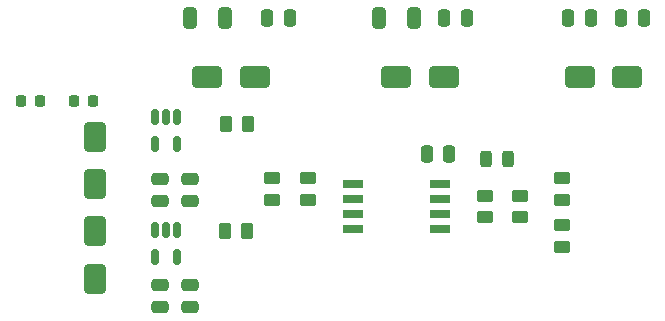
<source format=gtp>
G04 #@! TF.GenerationSoftware,KiCad,Pcbnew,7.0.7*
G04 #@! TF.CreationDate,2023-09-04T18:19:44+02:00*
G04 #@! TF.ProjectId,lt15t3,6c743135-7433-42e6-9b69-6361645f7063,rev?*
G04 #@! TF.SameCoordinates,Original*
G04 #@! TF.FileFunction,Paste,Top*
G04 #@! TF.FilePolarity,Positive*
%FSLAX46Y46*%
G04 Gerber Fmt 4.6, Leading zero omitted, Abs format (unit mm)*
G04 Created by KiCad (PCBNEW 7.0.7) date 2023-09-04 18:19:44*
%MOMM*%
%LPD*%
G01*
G04 APERTURE LIST*
G04 Aperture macros list*
%AMRoundRect*
0 Rectangle with rounded corners*
0 $1 Rounding radius*
0 $2 $3 $4 $5 $6 $7 $8 $9 X,Y pos of 4 corners*
0 Add a 4 corners polygon primitive as box body*
4,1,4,$2,$3,$4,$5,$6,$7,$8,$9,$2,$3,0*
0 Add four circle primitives for the rounded corners*
1,1,$1+$1,$2,$3*
1,1,$1+$1,$4,$5*
1,1,$1+$1,$6,$7*
1,1,$1+$1,$8,$9*
0 Add four rect primitives between the rounded corners*
20,1,$1+$1,$2,$3,$4,$5,0*
20,1,$1+$1,$4,$5,$6,$7,0*
20,1,$1+$1,$6,$7,$8,$9,0*
20,1,$1+$1,$8,$9,$2,$3,0*%
G04 Aperture macros list end*
%ADD10RoundRect,0.250000X0.650000X-1.000000X0.650000X1.000000X-0.650000X1.000000X-0.650000X-1.000000X0*%
%ADD11RoundRect,0.250000X0.475000X-0.250000X0.475000X0.250000X-0.475000X0.250000X-0.475000X-0.250000X0*%
%ADD12RoundRect,0.250000X-0.250000X-0.475000X0.250000X-0.475000X0.250000X0.475000X-0.250000X0.475000X0*%
%ADD13RoundRect,0.250000X-0.325000X-0.650000X0.325000X-0.650000X0.325000X0.650000X-0.325000X0.650000X0*%
%ADD14RoundRect,0.150000X-0.150000X0.512500X-0.150000X-0.512500X0.150000X-0.512500X0.150000X0.512500X0*%
%ADD15RoundRect,0.250000X0.450000X-0.262500X0.450000X0.262500X-0.450000X0.262500X-0.450000X-0.262500X0*%
%ADD16RoundRect,0.250000X-1.000000X-0.650000X1.000000X-0.650000X1.000000X0.650000X-1.000000X0.650000X0*%
%ADD17RoundRect,0.250000X-0.475000X0.250000X-0.475000X-0.250000X0.475000X-0.250000X0.475000X0.250000X0*%
%ADD18RoundRect,0.250000X1.000000X0.650000X-1.000000X0.650000X-1.000000X-0.650000X1.000000X-0.650000X0*%
%ADD19RoundRect,0.218750X-0.218750X-0.256250X0.218750X-0.256250X0.218750X0.256250X-0.218750X0.256250X0*%
%ADD20RoundRect,0.250000X0.250000X0.475000X-0.250000X0.475000X-0.250000X-0.475000X0.250000X-0.475000X0*%
%ADD21RoundRect,0.250000X-0.262500X-0.450000X0.262500X-0.450000X0.262500X0.450000X-0.262500X0.450000X0*%
%ADD22RoundRect,0.243750X-0.243750X-0.456250X0.243750X-0.456250X0.243750X0.456250X-0.243750X0.456250X0*%
%ADD23R,1.700000X0.650000*%
G04 APERTURE END LIST*
D10*
G04 #@! TO.C,D1*
X125000000Y-59040000D03*
X125000000Y-55040000D03*
G04 #@! TD*
D11*
G04 #@! TO.C,C1*
X133000000Y-52490000D03*
X133000000Y-50590000D03*
G04 #@! TD*
D12*
G04 #@! TO.C,C8*
X139550000Y-37000000D03*
X141450000Y-37000000D03*
G04 #@! TD*
D13*
G04 #@! TO.C,C5*
X149025000Y-37000000D03*
X151975000Y-37000000D03*
G04 #@! TD*
D14*
G04 #@! TO.C,U2*
X131950000Y-45402500D03*
X131000000Y-45402500D03*
X130050000Y-45402500D03*
X130050000Y-47677500D03*
X131950000Y-47677500D03*
G04 #@! TD*
D15*
G04 #@! TO.C,R7*
X140000000Y-52372500D03*
X140000000Y-50547500D03*
G04 #@! TD*
D16*
G04 #@! TO.C,D5*
X166000000Y-42000000D03*
X170000000Y-42000000D03*
G04 #@! TD*
D17*
G04 #@! TO.C,C3*
X133000000Y-59590000D03*
X133000000Y-61490000D03*
G04 #@! TD*
D11*
G04 #@! TO.C,C4*
X130500000Y-61490000D03*
X130500000Y-59590000D03*
G04 #@! TD*
D18*
G04 #@! TO.C,D6*
X138500000Y-42000000D03*
X134500000Y-42000000D03*
G04 #@! TD*
D19*
G04 #@! TO.C,D3*
X118712500Y-44000000D03*
X120287500Y-44000000D03*
G04 #@! TD*
D11*
G04 #@! TO.C,C2*
X130500000Y-52490000D03*
X130500000Y-50590000D03*
G04 #@! TD*
D10*
G04 #@! TO.C,D2*
X125000000Y-51040000D03*
X125000000Y-47040000D03*
G04 #@! TD*
D15*
G04 #@! TO.C,R3*
X164500000Y-52372500D03*
X164500000Y-50547500D03*
G04 #@! TD*
D16*
G04 #@! TO.C,D9*
X150500000Y-42000000D03*
X154500000Y-42000000D03*
G04 #@! TD*
D20*
G04 #@! TO.C,C10*
X171450000Y-37000000D03*
X169550000Y-37000000D03*
G04 #@! TD*
D21*
G04 #@! TO.C,R1*
X136000000Y-55000000D03*
X137825000Y-55000000D03*
G04 #@! TD*
D15*
G04 #@! TO.C,R8*
X161000000Y-53872500D03*
X161000000Y-52047500D03*
G04 #@! TD*
D20*
G04 #@! TO.C,C7*
X156450000Y-37000000D03*
X154550000Y-37000000D03*
G04 #@! TD*
D15*
G04 #@! TO.C,R4*
X164500000Y-56372500D03*
X164500000Y-54547500D03*
G04 #@! TD*
D22*
G04 #@! TO.C,D8*
X158062500Y-48960000D03*
X159937500Y-48960000D03*
G04 #@! TD*
D12*
G04 #@! TO.C,C9*
X165050000Y-37000000D03*
X166950000Y-37000000D03*
G04 #@! TD*
D14*
G04 #@! TO.C,U1*
X131950000Y-54902500D03*
X131000000Y-54902500D03*
X130050000Y-54902500D03*
X130050000Y-57177500D03*
X131950000Y-57177500D03*
G04 #@! TD*
D15*
G04 #@! TO.C,R6*
X158000000Y-53872500D03*
X158000000Y-52047500D03*
G04 #@! TD*
D23*
G04 #@! TO.C,U6*
X146850000Y-51055000D03*
X146850000Y-52325000D03*
X146850000Y-53595000D03*
X146850000Y-54865000D03*
X154150000Y-54865000D03*
X154150000Y-53595000D03*
X154150000Y-52325000D03*
X154150000Y-51055000D03*
G04 #@! TD*
D13*
G04 #@! TO.C,C6*
X133025000Y-37000000D03*
X135975000Y-37000000D03*
G04 #@! TD*
D19*
G04 #@! TO.C,D4*
X123212500Y-44000000D03*
X124787500Y-44000000D03*
G04 #@! TD*
D15*
G04 #@! TO.C,R5*
X143000000Y-52372500D03*
X143000000Y-50547500D03*
G04 #@! TD*
D20*
G04 #@! TO.C,C11*
X154950000Y-48460000D03*
X153050000Y-48460000D03*
G04 #@! TD*
D21*
G04 #@! TO.C,R2*
X136087500Y-46000000D03*
X137912500Y-46000000D03*
G04 #@! TD*
M02*

</source>
